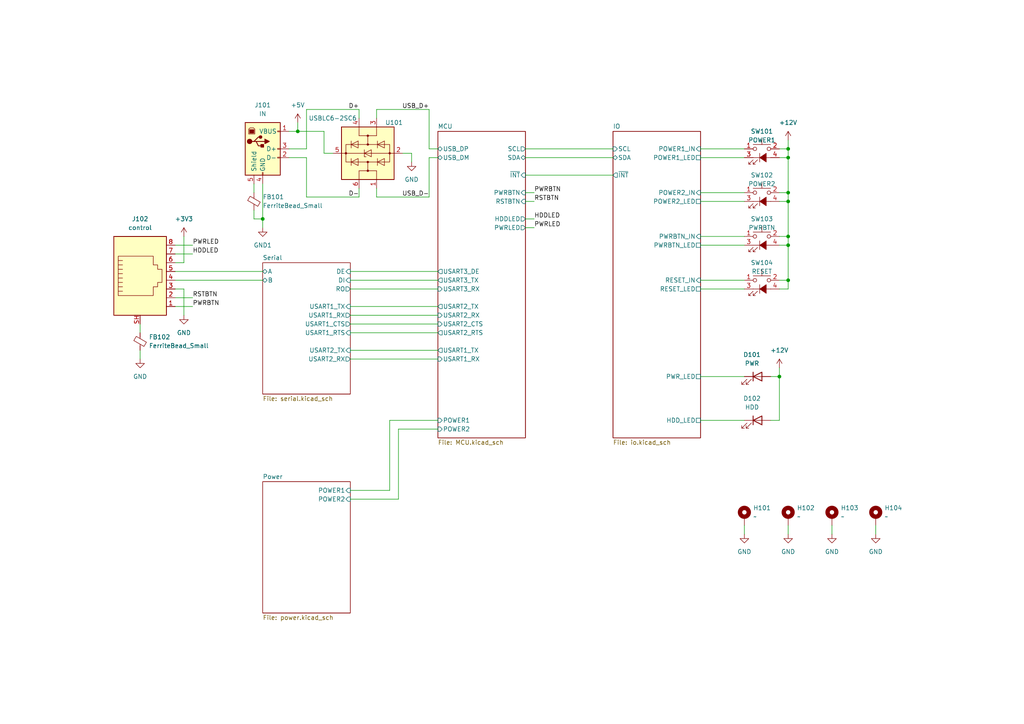
<source format=kicad_sch>
(kicad_sch (version 20211123) (generator eeschema)
  (paper "A4")
  (title_block (title "NAS control") (date "2023-01-11") (rev "0.1") (company "Eurovibes Benedikt Spranger") (comment 1 "SPDX-License-Identifier: CERN-OHL-S-2.0") (comment 2 "https://ohwr.org/cern_ohl_s_v2.txt") (comment 3 "To view a copy of this license, visit") (comment 4 "This work is licensed under the CERN-OHL-S v2"))
  (lib_symbols
    (symbol "Connector:RJ45_Shielded" (pin_names (offset 1.016))
      (property "Reference" "J" (at -5.08 13.97 0))
      (property "Value" "RJ45_Shielded" (at 2.54 13.97 0))
      (symbol "RJ45_Shielded_0_1"
        (polyline (pts (xy -5.08 4.445) (xy -6.35 4.445)))
        (polyline (pts (xy -5.08 5.715) (xy -6.35 5.715)))
        (polyline (pts (xy -6.35 -3.175) (xy -5.08 -3.175) (xy -5.08 -3.175)))
        (polyline (pts (xy -6.35 -1.905) (xy -5.08 -1.905) (xy -5.08 -1.905)))
        (polyline (pts (xy -6.35 -0.635) (xy -5.08 -0.635) (xy -5.08 -0.635)))
        (polyline (pts (xy -6.35 0.635) (xy -5.08 0.635) (xy -5.08 0.635)))
        (polyline (pts (xy -6.35 1.905) (xy -5.08 1.905) (xy -5.08 1.905)))
        (polyline (pts (xy -5.08 3.175) (xy -6.35 3.175) (xy -6.35 3.175)))
        (polyline (pts (xy -6.35 -4.445) (xy -6.35 6.985) (xy 3.81 6.985) (xy 3.81 4.445) (xy 5.08 4.445) (xy 5.08 3.175) (xy 6.35 3.175) (xy 6.35 -0.635) (xy 5.08 -0.635) (xy 5.08 -1.905) (xy 3.81 -1.905) (xy 3.81 -4.445) (xy -6.35 -4.445) (xy -6.35 -4.445)))
        (rectangle (start 7.62 12.7) (end -7.62 -10.16) (stroke (width 0.254)) (fill (type background)))
      )
      (symbol "RJ45_Shielded_1_1"
        (pin passive line (at 10.16 -7.62 180) (length 2.54) (name "~") (number "1"))
        (pin passive line (at 10.16 -5.08 180) (length 2.54) (name "~") (number "2"))
        (pin passive line (at 10.16 -2.54 180) (length 2.54) (name "~") (number "3"))
        (pin passive line (at 10.16 0 180) (length 2.54) (name "~") (number "4"))
        (pin passive line (at 10.16 2.54 180) (length 2.54) (name "~") (number "5"))
        (pin passive line (at 10.16 5.08 180) (length 2.54) (name "~") (number "6"))
        (pin passive line (at 10.16 7.62 180) (length 2.54) (name "~") (number "7"))
        (pin passive line (at 10.16 10.16 180) (length 2.54) (name "~") (number "8"))
        (pin passive line (at 0 -12.7 90) (length 2.54) (name "~") (number "SH"))
      )
    )
    (symbol "Connector:USB_B" (pin_names (offset 1.016))
      (property "Reference" "J" (at -5.08 11.43 0))
      (property "Value" "USB_B" (at -5.08 8.89 0))
      (symbol "USB_B_0_1"
        (rectangle (start -5.08 -7.62) (end 5.08 7.62) (stroke (width 0.254)) (fill (type background)))
        (circle (center -3.81 2.159) (radius 0.635) (stroke (width 0.254)) (fill (type outline)))
        (rectangle (start -3.81 5.588) (end -2.54 4.572) (fill (type outline)))
        (circle (center -0.635 3.429) (radius 0.381) (stroke (width 0.254)) (fill (type outline)))
        (rectangle (start -0.127 -7.62) (end 0.127 -6.858))
        (polyline (pts (xy -1.905 2.159) (xy 0.635 2.159)) (stroke (width 0.254)))
        (polyline (pts (xy -3.175 2.159) (xy -2.54 2.159) (xy -1.27 3.429) (xy -0.635 3.429)) (stroke (width 0.254)))
        (polyline (pts (xy -2.54 2.159) (xy -1.905 2.159) (xy -1.27 0.889) (xy 0 0.889)) (stroke (width 0.254)))
        (polyline (pts (xy 0.635 2.794) (xy 0.635 1.524) (xy 1.905 2.159) (xy 0.635 2.794)) (stroke (width 0.254)) (fill (type outline)))
        (polyline (pts (xy -4.064 4.318) (xy -2.286 4.318) (xy -2.286 5.715) (xy -2.667 6.096) (xy -3.683 6.096) (xy -4.064 5.715) (xy -4.064 4.318)))
        (rectangle (start 0.254 1.27) (end -0.508 0.508) (stroke (width 0.254)) (fill (type outline)))
        (rectangle (start 5.08 -2.667) (end 4.318 -2.413))
        (rectangle (start 5.08 -0.127) (end 4.318 0.127))
        (rectangle (start 5.08 4.953) (end 4.318 5.207))
      )
      (symbol "USB_B_1_1"
        (pin power_out line (at 7.62 5.08 180) (length 2.54) (name "VBUS") (number "1"))
        (pin bidirectional line (at 7.62 -2.54 180) (length 2.54) (name "D-") (number "2"))
        (pin bidirectional line (at 7.62 0 180) (length 2.54) (name "D+") (number "3"))
        (pin power_out line (at 0 -10.16 90) (length 2.54) (name "GND") (number "4"))
        (pin passive line (at -2.54 -10.16 90) (length 2.54) (name "Shield") (number "5"))
      )
    )
    (symbol "Device:FerriteBead_Small" (pin_numbers hide) (pin_names (offset 0))
      (property "Reference" "FB" (at 1.905 1.27 0))
      (property "Value" "FerriteBead_Small" (at 1.905 -1.27 0))
      (symbol "FerriteBead_Small_0_1"
        (polyline (pts (xy 0 -1.27) (xy 0 -0.7874)))
        (polyline (pts (xy 0 0.889) (xy 0 1.2954)))
        (polyline (pts (xy -1.8288 0.2794) (xy -1.1176 1.4986) (xy 1.8288 -0.2032) (xy 1.1176 -1.4224) (xy -1.8288 0.2794)))
      )
      (symbol "FerriteBead_Small_1_1"
        (pin passive line (at 0 2.54 270) (length 1.27) (name "~") (number "1"))
        (pin passive line (at 0 -2.54 90) (length 1.27) (name "~") (number "2"))
      )
    )
    (symbol "Device:LED" (pin_numbers hide) (pin_names (offset 1.016) hide)
      (property "Reference" "D" (at 0 2.54 0))
      (property "Value" "LED" (at 0 -2.54 0))
      (symbol "LED_0_1"
        (polyline (pts (xy -1.27 -1.27) (xy -1.27 1.27)) (stroke (width 0.254)))
        (polyline (pts (xy -1.27 0) (xy 1.27 0)))
        (polyline (pts (xy 1.27 -1.27) (xy 1.27 1.27) (xy -1.27 0) (xy 1.27 -1.27)) (stroke (width 0.254)))
        (polyline (pts (xy -3.048 -0.762) (xy -4.572 -2.286) (xy -3.81 -2.286) (xy -4.572 -2.286) (xy -4.572 -1.524)))
        (polyline (pts (xy -1.778 -0.762) (xy -3.302 -2.286) (xy -2.54 -2.286) (xy -3.302 -2.286) (xy -3.302 -1.524)))
      )
      (symbol "LED_1_1"
        (pin passive line (at -3.81 0 0) (length 2.54) (name "K") (number "1"))
        (pin passive line (at 3.81 0 180) (length 2.54) (name "A") (number "2"))
      )
    )
    (symbol "Mechanical:MountingHole_Pad" (pin_numbers hide) (pin_names (offset 1.016) hide)
      (property "Reference" "H" (at 0 6.35 0))
      (property "Value" "MountingHole_Pad" (at 0 4.445 0))
      (symbol "MountingHole_Pad_0_1"
        (circle (center 0 1.27) (radius 1.27) (stroke (width 1.27)))
      )
      (symbol "MountingHole_Pad_1_1"
        (pin input line (at 0 -2.54 90) (length 2.54) (name "1") (number "1"))
      )
    )
    (symbol "Power_Protection:USBLC6-2SC6" (pin_names hide)
      (property "Reference" "U" (at 2.54 8.89 0))
      (property "Value" "USBLC6-2SC6" (at 2.54 -8.89 0))
      (symbol "USBLC6-2SC6_0_1"
        (rectangle (start -7.62 -7.62) (end 7.62 7.62) (stroke (width 0.254)) (fill (type background)))
        (circle (center -5.08 0) (radius 0.254) (fill (type outline)))
        (circle (center -2.54 0) (radius 0.254) (fill (type outline)))
        (rectangle (start -2.54 6.35) (end 2.54 -6.35))
        (circle (center 0 -6.35) (radius 0.254) (fill (type outline)))
        (polyline (pts (xy -5.08 -2.54) (xy -7.62 -2.54)))
        (polyline (pts (xy -5.08 0) (xy -5.08 -2.54)))
        (polyline (pts (xy -5.08 2.54) (xy -7.62 2.54)))
        (polyline (pts (xy -1.524 -2.794) (xy -3.556 -2.794)))
        (polyline (pts (xy -1.524 4.826) (xy -3.556 4.826)))
        (polyline (pts (xy 0 -7.62) (xy 0 -6.35)))
        (polyline (pts (xy 0 -6.35) (xy 0 1.27)))
        (polyline (pts (xy 0 1.27) (xy 0 6.35)))
        (polyline (pts (xy 0 6.35) (xy 0 7.62)))
        (polyline (pts (xy 1.524 -2.794) (xy 3.556 -2.794)))
        (polyline (pts (xy 1.524 4.826) (xy 3.556 4.826)))
        (polyline (pts (xy 5.08 -2.54) (xy 7.62 -2.54)))
        (polyline (pts (xy 5.08 0) (xy 5.08 -2.54)))
        (polyline (pts (xy 5.08 2.54) (xy 7.62 2.54)))
        (polyline (pts (xy -2.54 0) (xy -5.08 0) (xy -5.08 2.54)))
        (polyline (pts (xy 2.54 0) (xy 5.08 0) (xy 5.08 2.54)))
        (polyline (pts (xy -3.556 -4.826) (xy -1.524 -4.826) (xy -2.54 -2.794) (xy -3.556 -4.826)))
        (polyline (pts (xy -3.556 2.794) (xy -1.524 2.794) (xy -2.54 4.826) (xy -3.556 2.794)))
        (polyline (pts (xy -1.016 -1.016) (xy 1.016 -1.016) (xy 0 1.016) (xy -1.016 -1.016)))
        (polyline (pts (xy 1.016 1.016) (xy 0.762 1.016) (xy -1.016 1.016) (xy -1.016 0.508)))
        (polyline (pts (xy 3.556 -4.826) (xy 1.524 -4.826) (xy 2.54 -2.794) (xy 3.556 -4.826)))
        (polyline (pts (xy 3.556 2.794) (xy 1.524 2.794) (xy 2.54 4.826) (xy 3.556 2.794)))
        (circle (center 0 6.35) (radius 0.254) (fill (type outline)))
        (circle (center 2.54 0) (radius 0.254) (fill (type outline)))
        (circle (center 5.08 0) (radius 0.254) (fill (type outline)))
      )
      (symbol "USBLC6-2SC6_1_1"
        (pin passive line (at -10.16 -2.54 0) (length 2.54) (name "I/O1") (number "1"))
        (pin passive line (at 0 -10.16 90) (length 2.54) (name "GND") (number "2"))
        (pin passive line (at 10.16 -2.54 180) (length 2.54) (name "I/O2") (number "3"))
        (pin passive line (at 10.16 2.54 180) (length 2.54) (name "I/O2") (number "4"))
        (pin passive line (at 0 10.16 270) (length 2.54) (name "VBUS") (number "5"))
        (pin passive line (at -10.16 2.54 0) (length 2.54) (name "I/O1") (number "6"))
      )
    )
    (symbol "Switch:SW_Push_LED" (pin_names (offset 1.016) hide)
      (property "Reference" "SW" (at 0.635 5.715 0))
      (property "Value" "SW_Push_LED" (at 0 -3.175 0))
      (symbol "SW_Push_LED_0_0"
        (polyline (pts (xy -3.81 -1.905) (xy -2.54 -0.635)))
        (polyline (pts (xy -2.54 -1.905) (xy -1.27 -0.635)))
        (polyline (pts (xy -2.54 0) (xy 2.54 0)))
        (polyline (pts (xy -0.635 1.27) (xy -0.635 -1.27)))
        (polyline (pts (xy -3.81 -1.27) (xy -3.81 -1.905) (xy -3.175 -1.905)))
        (polyline (pts (xy -2.54 -1.27) (xy -2.54 -1.905) (xy -1.905 -1.905)))
        (polyline (pts (xy -0.635 0) (xy 1.27 1.27) (xy 1.27 -1.27) (xy -0.635 0)) (fill (type outline)))
      )
      (symbol "SW_Push_LED_0_1"
        (circle (center -2.032 2.54) (radius 0.508))
        (polyline (pts (xy 0 3.81) (xy 0 5.588)))
        (polyline (pts (xy 2.54 3.81) (xy -2.54 3.81)))
        (circle (center 2.032 2.54) (radius 0.508))
        (pin passive line (at -5.08 2.54 0) (length 2.54) (name "1") (number "1"))
        (pin passive line (at 5.08 2.54 180) (length 2.54) (name "2") (number "2"))
        (pin passive line (at -5.08 0 0) (length 2.54) (name "K") (number "3"))
        (pin passive line (at 5.08 0 180) (length 2.54) (name "A") (number "4"))
      )
    )
    (symbol "power:+12V" (power) (pin_names (offset 0))
      (property "Value" "+12V" (at 0 3.556 0))
      (symbol "+12V_0_1"
        (polyline (pts (xy -0.762 1.27) (xy 0 2.54)))
        (polyline (pts (xy 0 0) (xy 0 2.54)))
        (polyline (pts (xy 0 2.54) (xy 0.762 1.27)))
      )
      (symbol "+12V_1_1"
        (pin power_in line (at 0 0 90) (length 0) hide (name "+12V") (number "1"))
      )
    )
    (symbol "power:+3V3" (power) (pin_names (offset 0))
      (property "Value" "+3V3" (at 0 3.556 0))
      (symbol "+3V3_0_1"
        (polyline (pts (xy -0.762 1.27) (xy 0 2.54)))
        (polyline (pts (xy 0 0) (xy 0 2.54)))
        (polyline (pts (xy 0 2.54) (xy 0.762 1.27)))
      )
      (symbol "+3V3_1_1"
        (pin power_in line (at 0 0 90) (length 0) hide (name "+3V3") (number "1"))
      )
    )
    (symbol "power:+5V" (power) (pin_names (offset 0))
      (property "Value" "+5V" (at 0 3.556 0))
      (symbol "+5V_0_1"
        (polyline (pts (xy -0.762 1.27) (xy 0 2.54)))
        (polyline (pts (xy 0 0) (xy 0 2.54)))
        (polyline (pts (xy 0 2.54) (xy 0.762 1.27)))
      )
      (symbol "+5V_1_1"
        (pin power_in line (at 0 0 90) (length 0) hide (name "+5V") (number "1"))
      )
    )
    (symbol "power:GND" (power) (pin_names (offset 0))
      (property "Value" "GND" (at 0 -3.81 0))
      (symbol "GND_0_1"
        (polyline (pts (xy 0 0) (xy 0 -1.27) (xy 1.27 -1.27) (xy 0 -2.54) (xy -1.27 -1.27) (xy 0 -1.27)))
      )
      (symbol "GND_1_1"
        (pin power_in line (at 0 0 270) (length 0) hide (name "GND") (number "1"))
      )
    )
    (symbol "power:GND1" (power) (pin_names (offset 0))
      (property "Value" "GND1" (at 0 -3.81 0))
      (symbol "GND1_0_1"
        (polyline (pts (xy 0 0) (xy 0 -1.27) (xy 1.27 -1.27) (xy 0 -2.54) (xy -1.27 -1.27) (xy 0 -1.27)))
      )
      (symbol "GND1_1_1"
        (pin power_in line (at 0 0 270) (length 0) hide (name "GND1") (number "1"))
      )
    )
  )
  (junction (at 86.36 38.1))
  (junction (at 228.6 71.12))
  (junction (at 228.6 43.18))
  (junction (at 228.6 81.28))
  (junction (at 226.06 109.22))
  (junction (at 76.2 63.5))
  (junction (at 228.6 58.42))
  (junction (at 228.6 55.88))
  (junction (at 228.6 68.58))
  (junction (at 228.6 45.72))
  (wire (pts (xy 124.46 57.15) (xy 109.22 57.15)))
  (wire (pts (xy 124.46 43.18) (xy 124.46 31.75)))
  (wire (pts (xy 203.2 121.92) (xy 215.9 121.92)))
  (wire (pts (xy 152.4 66.04) (xy 154.94 66.04)))
  (wire (pts (xy 93.98 38.1) (xy 86.36 38.1)))
  (wire (pts (xy 50.8 88.9) (xy 55.88 88.9)))
  (wire (pts (xy 104.14 34.29) (xy 104.14 31.75)))
  (wire (pts (xy 88.9 57.15) (xy 88.9 45.72)))
  (wire (pts (xy 101.6 101.6) (xy 127 101.6)))
  (wire (pts (xy 226.06 68.58) (xy 228.6 68.58)))
  (wire (pts (xy 101.6 88.9) (xy 127 88.9)))
  (wire (pts (xy 203.2 81.28) (xy 215.9 81.28)))
  (wire (pts (xy 226.06 45.72) (xy 228.6 45.72)))
  (wire (pts (xy 228.6 43.18) (xy 228.6 40.64)))
  (wire (pts (xy 53.34 76.2) (xy 53.34 68.58)))
  (wire (pts (xy 50.8 81.28) (xy 76.2 81.28)))
  (wire (pts (xy 88.9 43.18) (xy 83.82 43.18)))
  (wire (pts (xy 113.03 121.92) (xy 127 121.92)))
  (wire (pts (xy 124.46 45.72) (xy 124.46 57.15)))
  (wire (pts (xy 104.14 31.75) (xy 88.9 31.75)))
  (wire (pts (xy 226.06 58.42) (xy 228.6 58.42)))
  (wire (pts (xy 113.03 142.24) (xy 113.03 121.92)))
  (wire (pts (xy 83.82 38.1) (xy 86.36 38.1)))
  (wire (pts (xy 50.8 71.12) (xy 55.88 71.12)))
  (wire (pts (xy 152.4 58.42) (xy 154.94 58.42)))
  (wire (pts (xy 254 152.4) (xy 254 154.94)))
  (wire (pts (xy 101.6 78.74) (xy 127 78.74)))
  (wire (pts (xy 228.6 81.28) (xy 228.6 71.12)))
  (wire (pts (xy 152.4 45.72) (xy 177.8 45.72)))
  (wire (pts (xy 83.82 45.72) (xy 88.9 45.72)))
  (wire (pts (xy 226.06 81.28) (xy 228.6 81.28)))
  (wire (pts (xy 40.64 101.6) (xy 40.64 104.14)))
  (wire (pts (xy 53.34 83.82) (xy 53.34 91.44)))
  (wire (pts (xy 203.2 43.18) (xy 215.9 43.18)))
  (wire (pts (xy 223.52 121.92) (xy 226.06 121.92)))
  (wire (pts (xy 228.6 68.58) (xy 228.6 58.42)))
  (wire (pts (xy 109.22 31.75) (xy 109.22 34.29)))
  (wire (pts (xy 152.4 43.18) (xy 177.8 43.18)))
  (wire (pts (xy 124.46 31.75) (xy 109.22 31.75)))
  (wire (pts (xy 115.57 124.46) (xy 127 124.46)))
  (wire (pts (xy 119.38 44.45) (xy 119.38 46.99)))
  (wire (pts (xy 203.2 71.12) (xy 215.9 71.12)))
  (wire (pts (xy 109.22 54.61) (xy 109.22 57.15)))
  (wire (pts (xy 228.6 81.28) (xy 228.6 83.82)))
  (wire (pts (xy 226.06 71.12) (xy 228.6 71.12)))
  (wire (pts (xy 228.6 152.4) (xy 228.6 154.94)))
  (wire (pts (xy 101.6 144.78) (xy 115.57 144.78)))
  (wire (pts (xy 152.4 50.8) (xy 177.8 50.8)))
  (wire (pts (xy 203.2 45.72) (xy 215.9 45.72)))
  (wire (pts (xy 228.6 45.72) (xy 228.6 43.18)))
  (wire (pts (xy 73.66 60.96) (xy 73.66 63.5)))
  (wire (pts (xy 73.66 63.5) (xy 76.2 63.5)))
  (wire (pts (xy 152.4 63.5) (xy 154.94 63.5)))
  (wire (pts (xy 76.2 53.34) (xy 76.2 63.5)))
  (wire (pts (xy 223.52 109.22) (xy 226.06 109.22)))
  (wire (pts (xy 93.98 44.45) (xy 93.98 38.1)))
  (wire (pts (xy 50.8 76.2) (xy 53.34 76.2)))
  (wire (pts (xy 101.6 104.14) (xy 127 104.14)))
  (wire (pts (xy 203.2 58.42) (xy 215.9 58.42)))
  (wire (pts (xy 40.64 93.98) (xy 40.64 96.52)))
  (wire (pts (xy 226.06 109.22) (xy 226.06 106.68)))
  (wire (pts (xy 127 43.18) (xy 124.46 43.18)))
  (wire (pts (xy 226.06 43.18) (xy 228.6 43.18)))
  (wire (pts (xy 226.06 121.92) (xy 226.06 109.22)))
  (wire (pts (xy 73.66 53.34) (xy 73.66 55.88)))
  (wire (pts (xy 241.3 152.4) (xy 241.3 154.94)))
  (wire (pts (xy 127 45.72) (xy 124.46 45.72)))
  (wire (pts (xy 101.6 81.28) (xy 127 81.28)))
  (wire (pts (xy 228.6 55.88) (xy 228.6 45.72)))
  (wire (pts (xy 226.06 83.82) (xy 228.6 83.82)))
  (wire (pts (xy 115.57 144.78) (xy 115.57 124.46)))
  (wire (pts (xy 152.4 55.88) (xy 154.94 55.88)))
  (wire (pts (xy 228.6 58.42) (xy 228.6 55.88)))
  (wire (pts (xy 101.6 96.52) (xy 127 96.52)))
  (wire (pts (xy 50.8 73.66) (xy 55.88 73.66)))
  (wire (pts (xy 101.6 142.24) (xy 113.03 142.24)))
  (wire (pts (xy 86.36 38.1) (xy 86.36 35.56)))
  (wire (pts (xy 203.2 83.82) (xy 215.9 83.82)))
  (wire (pts (xy 203.2 109.22) (xy 215.9 109.22)))
  (wire (pts (xy 101.6 91.44) (xy 127 91.44)))
  (wire (pts (xy 203.2 55.88) (xy 215.9 55.88)))
  (wire (pts (xy 50.8 78.74) (xy 76.2 78.74)))
  (wire (pts (xy 50.8 83.82) (xy 53.34 83.82)))
  (wire (pts (xy 96.52 44.45) (xy 93.98 44.45)))
  (wire (pts (xy 228.6 71.12) (xy 228.6 68.58)))
  (wire (pts (xy 104.14 57.15) (xy 88.9 57.15)))
  (wire (pts (xy 116.84 44.45) (xy 119.38 44.45)))
  (wire (pts (xy 104.14 54.61) (xy 104.14 57.15)))
  (wire (pts (xy 215.9 152.4) (xy 215.9 154.94)))
  (wire (pts (xy 203.2 68.58) (xy 215.9 68.58)))
  (wire (pts (xy 226.06 55.88) (xy 228.6 55.88)))
  (wire (pts (xy 76.2 63.5) (xy 76.2 66.04)))
  (wire (pts (xy 88.9 31.75) (xy 88.9 43.18)))
  (wire (pts (xy 101.6 93.98) (xy 127 93.98)))
  (wire (pts (xy 101.6 83.82) (xy 127 83.82)))
  (wire (pts (xy 50.8 86.36) (xy 55.88 86.36)))
  (label "HDDLED" (at 55.88 73.66 0))
  (label "PWRLED" (at 55.88 71.12 0))
  (label "D+" (at 104.14 31.75 180))
  (label "PWRLED" (at 154.94 66.04 0))
  (label "USB_D-" (at 124.46 57.15 180))
  (label "PWRBTN" (at 55.88 88.9 0))
  (label "D-" (at 104.14 57.15 180))
  (label "RSTBTN" (at 55.88 86.36 0))
  (label "RSTBTN" (at 154.94 58.42 0))
  (label "HDDLED" (at 154.94 63.5 0))
  (label "USB_D+" (at 124.46 31.75 180))
  (label "PWRBTN" (at 154.94 55.88 0))
  (symbol (lib_id "power:GND") (at 254 154.94 0) (unit 1)
    (property "Reference" "#PWR0112" (effects hide))
    (property "Value" "GND" (at 254 160.02 0))
  )
  (symbol (lib_id "Connector:USB_B") (at 76.2 43.18 0) (unit 1)
    (property "Reference" "J101" (at 76.2 30.48 0))
    (property "Value" "IN" (at 76.2 33.02 0))
    (property "Footprint" "Connector_USB:USB_B_Lumberg_2411_02_Horizontal" (effects hide))
    (property "Datasheet" " ~" (effects hide))
    (property "Datasheet" " ~" (effects hide))
    (property "Description" "Buchse; USB B; auf PCB; THT; 90°-Winkel; 2.0; vergoldet" (effects hide))
    (property "Manufacture" "Amphenol Communications Solutions" (effects hide))
    (property "Reference" "J101" (effects hide))
    (property "SupplLink" "https://www.tme.eu/de/details/tueb4f2d0b/usb-und-ieee1394-steckverbinder/amphenol-communications-solutions/" (effects hide))
    (property "Value" "IN" (effects hide))
    (property "mpn" "TUEB4F2D0B" (effects hide))
    (property "tme#" "TUEB4F2D0B" (effects hide))
  )
  (symbol (lib_id "Connector:RJ45_Shielded") (at 40.64 81.28 0) (unit 1)
    (property "Reference" "J102" (at 40.64 63.5 0))
    (property "Value" "control" (at 40.64 66.04 0))
    (property "Footprint" "RJ45:MTJ-88GX1-FSD-PG6" (effects hide))
    (property "assemble" "n" (effects hide))
    (property "Description" "RJ45 RJReceptacle 1 Internal oscillator included cat5 Without LED SMD Ethernet Connectors/Modular Connectors (RJ45 RJ11) ROHS" (effects hide))
    (property "LCSC#" "C125076" (effects hide))
    (property "Manufacture" "TE Connectivity" (effects hide))
    (property "SupplLink" "https://jlcpcb.com/partdetail/TeConnectivity-63391601/C125076" (effects hide))
    (property "mpn" "6339160-1" (effects hide))
  )
  (symbol (lib_id "Mechanical:MountingHole_Pad") (at 254 149.86 0) (unit 1)
    (property "Reference" "H104" (at 256.54 147.3199 0) (effects (justify left)))
    (property "Value" "~" (at 256.54 149.8599 0) (effects (justify left)))
    (property "Footprint" "MountingHole:MountingHole_3.2mm_M3_Pad" (effects hide))
    (property "mpn" "N/A" (effects hide))
  )
  (symbol (lib_id "power:+12V") (at 226.06 106.68 0) (unit 1)
    (property "Reference" "#PWR0108" (effects hide))
    (property "Value" "+12V" (at 226.06 101.6 0))
  )
  (symbol (lib_id "Device:LED") (at 219.71 109.22 0) (unit 1)
    (property "Reference" "D101" (at 218.1225 102.87 0))
    (property "Value" "PWR" (at 218.1225 105.41 0))
    (property "Footprint" "Connector_Wire:SolderWire-0.75sqmm_1x02_P4.8mm_D1.25mm_OD2.3mm" (effects hide))
    (property "assemble" "n" (effects hide))
    (property "mpn" "N/A" (effects hide))
  )
  (symbol (lib_id "Mechanical:MountingHole_Pad") (at 241.3 149.86 0) (unit 1)
    (property "Reference" "H103" (at 243.84 147.3199 0) (effects (justify left)))
    (property "Value" "~" (at 243.84 149.8599 0) (effects (justify left)))
    (property "Footprint" "MountingHole:MountingHole_3.2mm_M3_Pad" (effects hide))
    (property "mpn" "N/A" (effects hide))
  )
  (symbol (lib_id "Switch:SW_Push_LED") (at 220.98 45.72 0) (unit 1)
    (property "Reference" "SW101" (at 220.98 38.1 0))
    (property "Value" "POWER1" (at 220.98 40.64 0))
    (property "Footprint" "Connector_Wire:SolderWire-0.75sqmm_1x04_P4.8mm_D1.25mm_OD2.3mm" (effects hide))
    (property "assemble" "n" (effects hide))
    (property "mpn" "N/A" (effects hide))
  )
  (symbol (lib_id "Mechanical:MountingHole_Pad") (at 228.6 149.86 0) (unit 1)
    (property "Reference" "H102" (at 231.14 147.3199 0) (effects (justify left)))
    (property "Value" "~" (at 231.14 149.8599 0) (effects (justify left)))
    (property "Footprint" "MountingHole:MountingHole_3.2mm_M3_Pad" (effects hide))
    (property "mpn" "N/A" (effects hide))
  )
  (symbol (lib_id "power:GND") (at 228.6 154.94 0) (unit 1)
    (property "Reference" "#PWR0110" (effects hide))
    (property "Value" "GND" (at 228.6 160.02 0))
  )
  (symbol (lib_id "Device:LED") (at 219.71 121.92 0) (unit 1)
    (property "Reference" "D102" (at 218.1225 115.57 0))
    (property "Value" "HDD" (at 218.1225 118.11 0))
    (property "Footprint" "Connector_Wire:SolderWire-0.75sqmm_1x02_P4.8mm_D1.25mm_OD2.3mm" (effects hide))
    (property "assemble" "n" (effects hide))
    (property "mpn" "N/A" (effects hide))
  )
  (symbol (lib_id "Mechanical:MountingHole_Pad") (at 215.9 149.86 0) (unit 1)
    (property "Reference" "H101" (at 218.44 147.3199 0) (effects (justify left)))
    (property "Value" "~" (at 218.44 149.8599 0) (effects (justify left)))
    (property "Footprint" "MountingHole:MountingHole_3.2mm_M3_Pad" (effects hide))
    (property "Reference" "H101" (effects hide))
    (property "mpn" "N/A" (effects hide))
  )
  (symbol (lib_id "Device:FerriteBead_Small") (at 73.66 58.42 0) (unit 1)
    (property "Reference" "FB101" (at 76.2 57.1118 0) (effects (justify left)))
    (property "Value" "FerriteBead_Small" (at 76.2 59.6518 0) (effects (justify left)))
    (property "Footprint" "Inductor_SMD:L_0805_2012Metric" (effects hide))
    (property "Reference" "FB101" (effects hide))
    (property "Value" "FerriteBead_Small" (effects hide))
    (property "assemble" "y" (effects hide))
    (property "Description" "800mA 1 100Ω@100MHz ±25% 0805 Ferrite Beads ROHS" (effects hide))
    (property "LCSC#" "C1015" (effects hide))
    (property "Manufacture" "Sunlord" (effects hide))
    (property "SupplLink" "https://jlcpcb.com/partdetail/Sunlord-GZ2012D101TF/C1015" (effects hide))
    (property "mpn" "GZ2012D101TF" (effects hide))
  )
  (symbol (lib_id "Switch:SW_Push_LED") (at 220.98 58.42 0) (unit 1)
    (property "Reference" "SW102" (at 220.98 50.8 0))
    (property "Value" "POWER2" (at 220.98 53.34 0))
    (property "Footprint" "Connector_Wire:SolderWire-0.75sqmm_1x04_P4.8mm_D1.25mm_OD2.3mm" (effects hide))
    (property "assemble" "n" (effects hide))
    (property "mpn" "N/A" (effects hide))
  )
  (symbol (lib_id "Device:FerriteBead_Small") (at 40.64 99.06 0) (unit 1)
    (property "Reference" "FB102" (at 43.18 97.7518 0) (effects (justify left)))
    (property "Value" "FerriteBead_Small" (at 43.18 100.2918 0) (effects (justify left)))
    (property "Footprint" "Inductor_SMD:L_0805_2012Metric" (effects hide))
    (property "assemble" "y" (effects hide))
    (property "Description" "800mA 1 100Ω@100MHz ±25% 0805 Ferrite Beads ROHS" (effects hide))
    (property "LCSC#" "C1015" (effects hide))
    (property "Manufacture" "Sunlord" (effects hide))
    (property "SupplLink" "https://jlcpcb.com/partdetail/Sunlord-GZ2012D101TF/C1015" (effects hide))
    (property "mpn" "GZ2012D101TF" (effects hide))
  )
  (symbol (lib_id "power:GND") (at 215.9 154.94 0) (unit 1)
    (property "Reference" "#PWR0109" (effects hide))
    (property "Value" "GND" (at 215.9 160.02 0))
  )
  (symbol (lib_id "power:GND") (at 53.34 91.44 0) (unit 1)
    (property "Reference" "#PWR0106" (effects hide))
    (property "Value" "GND" (at 53.34 96.52 0))
  )
  (symbol (lib_id "power:GND") (at 119.38 46.99 0) (unit 1)
    (property "Reference" "#PWR0103" (effects hide))
    (property "Value" "GND" (at 119.38 52.07 0))
  )
  (symbol (lib_id "Switch:SW_Push_LED") (at 220.98 83.82 0) (unit 1)
    (property "Reference" "SW104" (at 220.98 76.2 0))
    (property "Value" "RESET" (at 220.98 78.74 0))
    (property "Footprint" "Connector_Wire:SolderWire-0.75sqmm_1x04_P4.8mm_D1.25mm_OD2.3mm" (effects hide))
    (property "assemble" "n" (effects hide))
    (property "mpn" "N/A" (effects hide))
  )
  (symbol (lib_id "power:+5V") (at 86.36 35.56 0) (unit 1)
    (property "Reference" "#PWR0101" (effects hide))
    (property "Value" "+5V" (at 86.36 30.48 0))
  )
  (symbol (lib_id "Switch:SW_Push_LED") (at 220.98 71.12 0) (unit 1)
    (property "Reference" "SW103" (at 220.98 63.5 0))
    (property "Value" "PWRBTN" (at 220.98 66.04 0))
    (property "Footprint" "Connector_Wire:SolderWire-0.75sqmm_1x04_P4.8mm_D1.25mm_OD2.3mm" (effects hide))
    (property "assemble" "n" (effects hide))
    (property "mpn" "N/A" (effects hide))
  )
  (symbol (lib_id "Power_Protection:USBLC6-2SC6") (at 106.68 44.45 90) (unit 1)
    (property "Reference" "U101" (at 114.3 35.56 90))
    (property "Value" "USBLC6-2SC6" (at 96.52 34.29 90))
    (property "Footprint" "Package_TO_SOT_SMD:SOT-23-6" (effects hide))
    (property "Datasheet" "https://www.st.com/resource/en/datasheet/usblc6-2.pdf" (effects hide))
    (property "Datasheet" "https://www.st.com/resource/en/datasheet/usblc6-2.pdf" (effects hide))
    (property "Reference" "U101" (effects hide))
    (property "Value" "USBLC6-2SC6" (effects hide))
    (property "assemble" "y" (effects hide))
    (property "Description" "SOT-23-6 ESD Protection Devices ROHS" (effects hide))
    (property "LCSC#" "C2827654" (effects hide))
    (property "Manufacture" "TECH PUBLIC" (effects hide))
    (property "SupplLink" "https://jlcpcb.com/partdetail/TechPublic-USBLC62SC6/C2827654" (effects hide))
    (property "mpn" "USBLC6-2SC6" (effects hide))
  )
  (symbol (lib_id "power:GND") (at 241.3 154.94 0) (unit 1)
    (property "Reference" "#PWR0111" (effects hide))
    (property "Value" "GND" (at 241.3 160.02 0))
  )
  (symbol (lib_id "power:GND") (at 40.64 104.14 0) (unit 1)
    (property "Reference" "#PWR0107" (effects hide))
    (property "Value" "GND" (at 40.64 109.22 0))
  )
  (symbol (lib_id "power:+12V") (at 228.6 40.64 0) (unit 1)
    (property "Reference" "#PWR0102" (effects hide))
    (property "Value" "+12V" (at 228.6 35.56 0))
  )
  (symbol (lib_id "power:GND1") (at 76.2 66.04 0) (unit 1)
    (property "Reference" "#PWR0104" (effects hide))
    (property "Value" "GND1" (at 76.2 71.12 0))
  )
  (symbol (lib_id "power:+3V3") (at 53.34 68.58 0) (unit 1)
    (property "Reference" "#PWR0105" (effects hide))
    (property "Value" "+3V3" (at 53.34 63.5 0))
  )
  (sheet (at 127 38.1) (size 25.4 88.9) (stroke (width 0.1524))
    (property "Sheet name" "MCU" (at 127 37.3884 0) (effects (justify left bottom)))
    (property "Sheet file" "MCU.kicad_sch" (at 127 127.5846 0) (effects (justify left top)))
    (pin "~{INT}" input (at 152.4 50.8 0))
    (pin "SDA" bidirectional (at 152.4 45.72 0))
    (pin "SCL" output (at 152.4 43.18 0))
    (pin "USB_DP" bidirectional (at 127 43.18 180))
    (pin "USB_DM" bidirectional (at 127 45.72 180))
    (pin "USART3_TX" output (at 127 81.28 180))
    (pin "USART3_RX" input (at 127 83.82 180))
    (pin "USART3_DE" output (at 127 78.74 180))
    (pin "USART2_CTS" input (at 127 93.98 180))
    (pin "USART2_RX" input (at 127 91.44 180))
    (pin "USART2_RTS" output (at 127 96.52 180))
    (pin "USART2_TX" output (at 127 88.9 180))
    (pin "USART1_TX" output (at 127 101.6 180))
    (pin "USART1_RX" input (at 127 104.14 180))
    (pin "PWRBTN" input (at 152.4 55.88 0))
    (pin "RSTBTN" input (at 152.4 58.42 0))
    (pin "PWRLED" output (at 152.4 66.04 0))
    (pin "HDDLED" output (at 152.4 63.5 0))
    (pin "POWER1" input (at 127 121.92 180))
    (pin "POWER2" input (at 127 124.46 180))
  )
  (sheet (at 76.2 76.2) (size 25.4 38.1) (stroke (width 0.1524))
    (property "Sheet name" "Serial" (at 76.2 75.4884 0) (effects (justify left bottom)))
    (property "Sheet file" "serial.kicad_sch" (at 76.2 114.8846 0) (effects (justify left top)))
    (pin "A" bidirectional (at 76.2 78.74 180))
    (pin "B" bidirectional (at 76.2 81.28 180))
    (pin "DE" input (at 101.6 78.74 0))
    (pin "DI" input (at 101.6 81.28 0))
    (pin "RO" output (at 101.6 83.82 0))
    (pin "USART1_CTS" output (at 101.6 93.98 0))
    (pin "USART1_TX" input (at 101.6 88.9 0))
    (pin "USART1_RX" output (at 101.6 91.44 0))
    (pin "USART1_RTS" input (at 101.6 96.52 0))
    (pin "USART2_TX" input (at 101.6 101.6 0))
    (pin "USART2_RX" output (at 101.6 104.14 0))
  )
  (sheet (at 177.8 38.1) (size 25.4 88.9) (stroke (width 0.1524))
    (property "Sheet name" "IO" (at 177.8 37.3884 0) (effects (justify left bottom)))
    (property "Sheet file" "io.kicad_sch" (at 177.8 127.5846 0) (effects (justify left top)))
    (pin "HDD_LED" passive (at 203.2 121.92 0))
    (pin "PWRBTN_IN" input (at 203.2 68.58 0))
    (pin "RESET_IN" input (at 203.2 81.28 0))
    (pin "PWRBTN_LED" passive (at 203.2 71.12 0))
    (pin "POWER2_LED" passive (at 203.2 58.42 0))
    (pin "RESET_LED" passive (at 203.2 83.82 0))
    (pin "PWR_LED" passive (at 203.2 109.22 0))
    (pin "POWER1_IN" input (at 203.2 43.18 0))
    (pin "POWER1_LED" passive (at 203.2 45.72 0))
    (pin "POWER2_IN" input (at 203.2 55.88 0))
    (pin "~{INT}" output (at 177.8 50.8 180))
    (pin "SDA" bidirectional (at 177.8 45.72 180))
    (pin "SCL" input (at 177.8 43.18 180))
  )
  (sheet (at 76.2 139.7) (size 25.4 38.1) (stroke (width 0.1524))
    (property "Sheet name" "Power" (at 76.2 138.9884 0) (effects (justify left bottom)))
    (property "Sheet file" "power.kicad_sch" (at 76.2 178.3846 0) (effects (justify left top)))
    (pin "POWER2" input (at 101.6 144.78 0))
    (pin "POWER1" input (at 101.6 142.24 0))
  )
)
</source>
